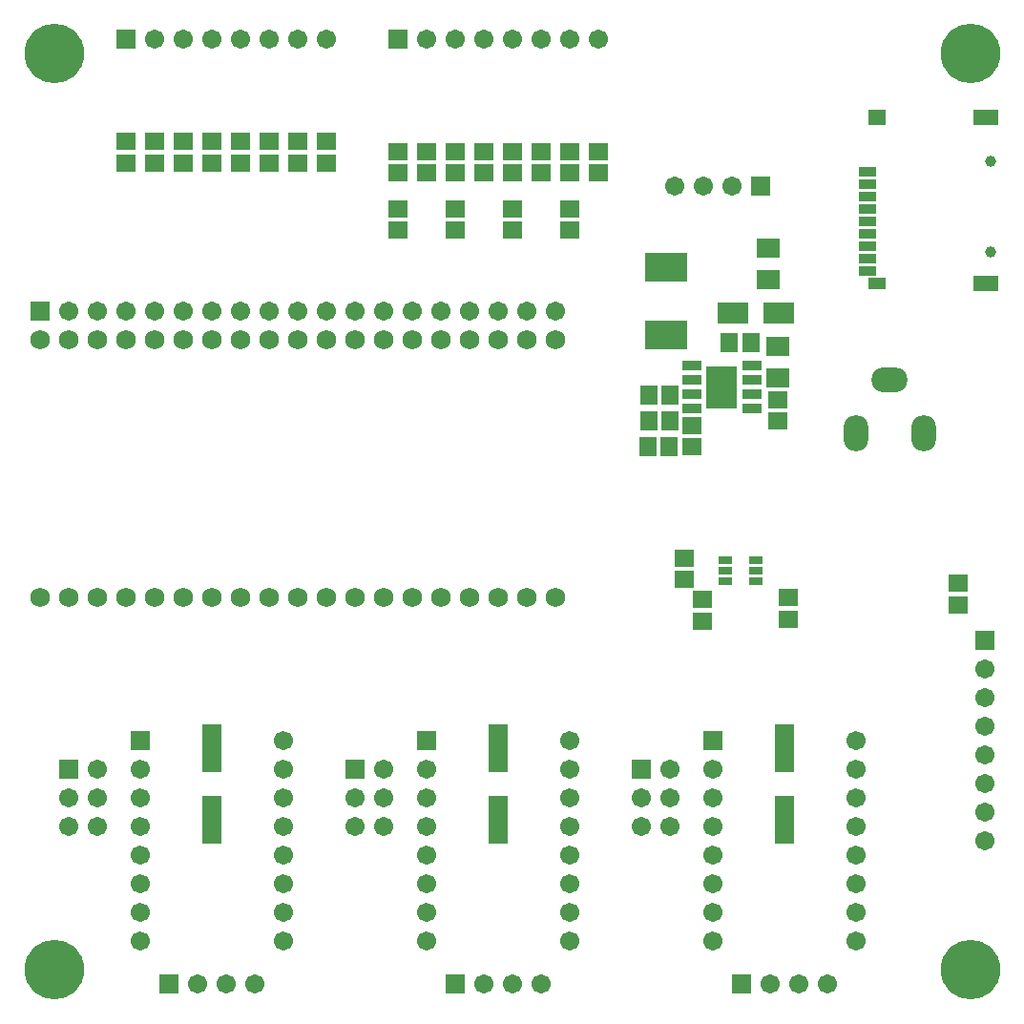
<source format=gbr>
G04 DipTrace 3.3.0.0*
G04 TopMask.gbr*
%MOIN*%
G04 #@! TF.FileFunction,Soldermask,Top*
G04 #@! TF.Part,Single*
%ADD51C,0.03937*%
%ADD58R,0.051307X0.031622*%
%ADD60R,0.11115X0.146189*%
%ADD62R,0.070992X0.032016*%
%ADD64C,0.067*%
%ADD66R,0.067X0.067*%
%ADD68C,0.068*%
%ADD70C,0.208*%
%ADD72R,0.145795X0.10052*%
%ADD74R,0.063118X0.039496*%
%ADD76R,0.063118X0.055244*%
%ADD78R,0.08674X0.055244*%
%ADD80R,0.059181X0.035559*%
%ADD82O,0.12611X0.08674*%
%ADD84O,0.08674X0.12611*%
%ADD86C,0.067055*%
%ADD88R,0.067055X0.067055*%
%ADD90R,0.106425X0.074929*%
%ADD92R,0.078866X0.070992*%
%ADD94R,0.059181X0.067055*%
%ADD96R,0.067055X0.059181*%
%ADD98R,0.070992X0.171386*%
%FSLAX26Y26*%
G04*
G70*
G90*
G75*
G01*
G04 TopMask*
%LPD*%
D98*
X1094000Y1069000D3*
Y1317031D3*
D96*
X1844000Y3326480D3*
Y3401283D3*
X2044000Y3326480D3*
Y3401283D3*
X2244000Y3326480D3*
Y3401283D3*
X2444000Y3326480D3*
Y3401283D3*
D98*
X2094000Y1069000D3*
Y1317031D3*
D96*
X894000Y3361717D3*
Y3436520D3*
X1094000Y3361717D3*
Y3436520D3*
X1294000Y3361717D3*
Y3436520D3*
X1494000Y3361717D3*
Y3436520D3*
D98*
X3094000Y1069000D3*
Y1317031D3*
D94*
X2903000Y2734000D3*
X2977803D3*
D92*
X3072000Y2721000D3*
Y2610764D3*
D94*
X2695000Y2552000D3*
X2620197D3*
D92*
X3038766Y2954021D3*
Y3064257D3*
D90*
X2916000Y2838000D3*
X3073480D3*
D88*
X3012750Y3281500D3*
D86*
X2912750D3*
X2812750D3*
X2712750D3*
D88*
X1744000Y3794000D3*
D86*
X1844000D3*
X1944000D3*
X2044000D3*
X2144000D3*
X2244000D3*
X2344000D3*
X2444000D3*
D88*
X944000Y494000D3*
D86*
X1044000D3*
X1144000D3*
X1244000D3*
D88*
X494000Y2844000D3*
D86*
X594000D3*
X694000D3*
X794000D3*
X894000D3*
X994000D3*
X1094000D3*
X1194000D3*
X1294000D3*
X1394000D3*
X1494000D3*
X1594000D3*
X1694000D3*
X1794000D3*
X1894000D3*
X1994000D3*
X2094000D3*
X2194000D3*
X2294000D3*
D88*
X1944000Y494000D3*
D86*
X2044000D3*
X2144000D3*
X2244000D3*
D88*
X3794000Y1694000D3*
D86*
Y1594000D3*
Y1494000D3*
Y1394000D3*
Y1294000D3*
Y1194000D3*
Y1094000D3*
Y994000D3*
D88*
X2944000Y494000D3*
D86*
X3044000D3*
X3144000D3*
X3244000D3*
D88*
X794000Y3794000D3*
D86*
X894000D3*
X994000D3*
X1094000D3*
X1194000D3*
X1294000D3*
X1394000D3*
X1494000D3*
D84*
X3344000Y2419000D3*
X3580220D3*
D82*
X3462110Y2604039D3*
D80*
X3384000Y3332000D3*
Y3288693D3*
Y3245386D3*
Y3202079D3*
Y3158772D3*
Y3115465D3*
Y3072157D3*
Y3028850D3*
Y2985543D3*
D78*
X3799354Y3520189D3*
D76*
X3417465D3*
D74*
Y2942236D3*
D78*
X3799354D3*
D51*
X3815102Y3052866D3*
Y3367827D3*
D88*
X594000Y1244000D3*
D86*
X694000D3*
X594000Y1144000D3*
X694000D3*
X594000Y1044000D3*
X694000D3*
D88*
X1594000Y1244000D3*
D86*
X1694000D3*
X1594000Y1144000D3*
X1694000D3*
X1594000Y1044000D3*
X1694000D3*
D88*
X2594000Y1244000D3*
D86*
X2694000D3*
X2594000Y1144000D3*
X2694000D3*
X2594000Y1044000D3*
X2694000D3*
D72*
X2682554Y2760291D3*
Y2998480D3*
D70*
X544000Y544000D3*
X3744000D3*
Y3744000D3*
X544000D3*
D96*
X1744000Y3201283D3*
Y3126480D3*
X1944000Y3201283D3*
Y3126480D3*
X2144000Y3201283D3*
Y3126480D3*
X2344000Y3201283D3*
Y3126480D3*
X3072000Y2461000D3*
Y2535803D3*
X1744000Y3401283D3*
Y3326480D3*
X1944000Y3401283D3*
Y3326480D3*
X2144000Y3401283D3*
Y3326480D3*
X2344000Y3401283D3*
Y3326480D3*
X794000Y3436520D3*
Y3361717D3*
X994000Y3436520D3*
Y3361717D3*
X1194000Y3436520D3*
Y3361717D3*
X1394000Y3436520D3*
Y3361717D3*
D94*
X2695000Y2461000D3*
X2620197D3*
X2617000Y2370000D3*
X2691803D3*
D96*
X2773000D3*
Y2444803D3*
D68*
X494000Y2744000D3*
X594000D3*
X694000D3*
X794000D3*
X894000D3*
X994000D3*
X1094000D3*
X1194000D3*
X1294000D3*
X1394000D3*
X1494000D3*
X1594000D3*
X1694000D3*
X1794000D3*
X1894000D3*
X1994000D3*
X2094000D3*
X2194000D3*
X2294000D3*
X494000Y1844000D3*
X594000D3*
X694000D3*
X794000D3*
X894000D3*
X994000D3*
X1094000D3*
X1194000D3*
X1294000D3*
X1394000D3*
X1494000D3*
X1594000D3*
X1694000D3*
X1794000D3*
X1894000D3*
X1994000D3*
X2094000D3*
X2194000D3*
X2294000D3*
D66*
X844000Y1344000D3*
D64*
Y1244000D3*
Y1144000D3*
Y1044000D3*
Y944000D3*
Y844000D3*
Y744000D3*
Y644000D3*
X1344000D3*
Y744000D3*
Y844000D3*
Y944000D3*
Y1044000D3*
Y1144000D3*
Y1244000D3*
Y1344000D3*
D66*
X1844000D3*
D64*
Y1244000D3*
Y1144000D3*
Y1044000D3*
Y944000D3*
Y844000D3*
Y744000D3*
Y644000D3*
X2344000D3*
Y744000D3*
Y844000D3*
Y944000D3*
Y1044000D3*
Y1144000D3*
Y1244000D3*
Y1344000D3*
D66*
X2844000D3*
D64*
Y1244000D3*
Y1144000D3*
Y1044000D3*
Y944000D3*
Y844000D3*
Y744000D3*
Y644000D3*
X3344000D3*
Y744000D3*
Y844000D3*
Y944000D3*
Y1044000D3*
Y1144000D3*
Y1244000D3*
Y1344000D3*
D62*
X2770045Y2654052D3*
Y2604052D3*
Y2554052D3*
Y2504052D3*
X2982643D3*
Y2554052D3*
Y2604052D3*
Y2654052D3*
D60*
X2876344Y2579052D3*
D58*
X2994000Y1900250D3*
Y1937652D3*
Y1975053D3*
X2887701D3*
Y1937652D3*
Y1900250D3*
D96*
X2806500Y1837750D3*
Y1762947D3*
X3106500Y1844000D3*
Y1769197D3*
X2744000Y1906500D3*
Y1981303D3*
X3700249Y1894000D3*
Y1819197D3*
M02*

</source>
